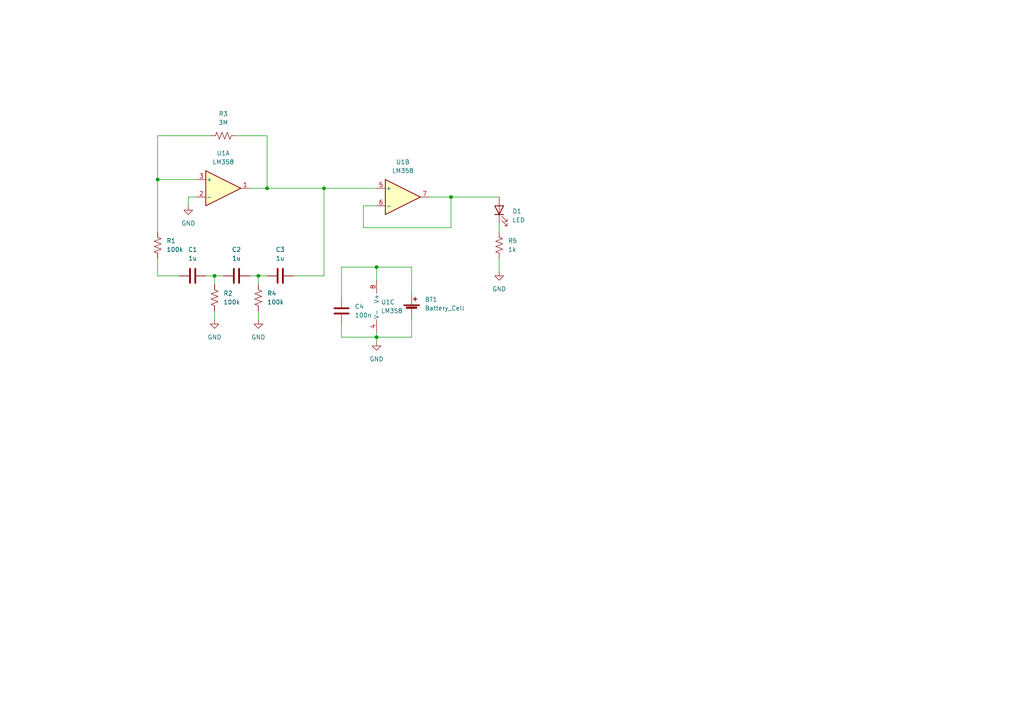
<source format=kicad_sch>
(kicad_sch (version 20211123) (generator eeschema)
  (paper "A4")
  (lib_symbols
    (symbol "Amplifier_Operational:LM358" (pin_names (offset 0.127))
      (property "Reference" "U" (at 0 5.08 0))
      (property "Value" "LM358" (at 0 -5.08 0))
      (symbol "LM358_1_1"
        (polyline (pts (xy -5.08 5.08) (xy 5.08 0) (xy -5.08 -5.08) (xy -5.08 5.08)) (stroke (width 0.254)) (fill (type background)))
        (pin output line (at 7.62 0 180) (length 2.54) (name "~") (number "1"))
        (pin input line (at -7.62 -2.54 0) (length 2.54) (name "-") (number "2"))
        (pin input line (at -7.62 2.54 0) (length 2.54) (name "+") (number "3"))
      )
      (symbol "LM358_2_1"
        (polyline (pts (xy -5.08 5.08) (xy 5.08 0) (xy -5.08 -5.08) (xy -5.08 5.08)) (stroke (width 0.254)) (fill (type background)))
        (pin input line (at -7.62 2.54 0) (length 2.54) (name "+") (number "5"))
        (pin input line (at -7.62 -2.54 0) (length 2.54) (name "-") (number "6"))
        (pin output line (at 7.62 0 180) (length 2.54) (name "~") (number "7"))
      )
      (symbol "LM358_3_1"
        (pin power_in line (at -2.54 -7.62 90) (length 3.81) (name "V-") (number "4"))
        (pin power_in line (at -2.54 7.62 270) (length 3.81) (name "V+") (number "8"))
      )
    )
    (symbol "Device:Battery_Cell" (pin_numbers hide) (pin_names (offset 0) hide)
      (property "Reference" "BT" (at 2.54 2.54 0))
      (property "Value" "Battery_Cell" (at 2.54 0 0))
      (symbol "Battery_Cell_0_1"
        (rectangle (start -2.286 1.778) (end 2.286 1.524) (fill (type outline)))
        (rectangle (start -1.5748 1.1938) (end 1.4732 0.6858) (fill (type outline)))
        (polyline (pts (xy 0 0.762) (xy 0 0)))
        (polyline (pts (xy 0 1.778) (xy 0 2.54)))
        (polyline (pts (xy 0.508 3.429) (xy 1.524 3.429)) (stroke (width 0.254)))
        (polyline (pts (xy 1.016 3.937) (xy 1.016 2.921)) (stroke (width 0.254)))
      )
      (symbol "Battery_Cell_1_1"
        (pin passive line (at 0 5.08 270) (length 2.54) (name "+") (number "1"))
        (pin passive line (at 0 -2.54 90) (length 2.54) (name "-") (number "2"))
      )
    )
    (symbol "Device:C" (pin_numbers hide) (pin_names (offset 0.254))
      (property "Reference" "C" (at 0.635 2.54 0))
      (property "Value" "C" (at 0.635 -2.54 0))
      (symbol "C_0_1"
        (polyline (pts (xy -2.032 -0.762) (xy 2.032 -0.762)) (stroke (width 0.508)))
        (polyline (pts (xy -2.032 0.762) (xy 2.032 0.762)) (stroke (width 0.508)))
      )
      (symbol "C_1_1"
        (pin passive line (at 0 3.81 270) (length 2.794) (name "~") (number "1"))
        (pin passive line (at 0 -3.81 90) (length 2.794) (name "~") (number "2"))
      )
    )
    (symbol "Device:LED" (pin_numbers hide) (pin_names (offset 1.016) hide)
      (property "Reference" "D" (at 0 2.54 0))
      (property "Value" "LED" (at 0 -2.54 0))
      (symbol "LED_0_1"
        (polyline (pts (xy -1.27 -1.27) (xy -1.27 1.27)) (stroke (width 0.254)))
        (polyline (pts (xy -1.27 0) (xy 1.27 0)))
        (polyline (pts (xy 1.27 -1.27) (xy 1.27 1.27) (xy -1.27 0) (xy 1.27 -1.27)) (stroke (width 0.254)))
        (polyline (pts (xy -3.048 -0.762) (xy -4.572 -2.286) (xy -3.81 -2.286) (xy -4.572 -2.286) (xy -4.572 -1.524)))
        (polyline (pts (xy -1.778 -0.762) (xy -3.302 -2.286) (xy -2.54 -2.286) (xy -3.302 -2.286) (xy -3.302 -1.524)))
      )
      (symbol "LED_1_1"
        (pin passive line (at -3.81 0 0) (length 2.54) (name "K") (number "1"))
        (pin passive line (at 3.81 0 180) (length 2.54) (name "A") (number "2"))
      )
    )
    (symbol "Device:R_US" (pin_numbers hide) (pin_names (offset 0))
      (property "Reference" "R" (at 2.54 0 90))
      (property "Value" "R_US" (at -2.54 0 90))
      (symbol "R_US_0_1"
        (polyline (pts (xy 0 -2.286) (xy 0 -2.54)))
        (polyline (pts (xy 0 2.286) (xy 0 2.54)))
        (polyline (pts (xy 0 -0.762) (xy 1.016 -1.143) (xy 0 -1.524) (xy -1.016 -1.905) (xy 0 -2.286)))
        (polyline (pts (xy 0 0.762) (xy 1.016 0.381) (xy 0 0) (xy -1.016 -0.381) (xy 0 -0.762)))
        (polyline (pts (xy 0 2.286) (xy 1.016 1.905) (xy 0 1.524) (xy -1.016 1.143) (xy 0 0.762)))
      )
      (symbol "R_US_1_1"
        (pin passive line (at 0 3.81 270) (length 1.27) (name "~") (number "1"))
        (pin passive line (at 0 -3.81 90) (length 1.27) (name "~") (number "2"))
      )
    )
    (symbol "power:GND" (power) (pin_names (offset 0))
      (property "Value" "GND" (at 0 -3.81 0))
      (symbol "GND_0_1"
        (polyline (pts (xy 0 0) (xy 0 -1.27) (xy 1.27 -1.27) (xy 0 -2.54) (xy -1.27 -1.27) (xy 0 -1.27)))
      )
      (symbol "GND_1_1"
        (pin power_in line (at 0 0 270) (length 0) hide (name "GND") (number "1"))
      )
    )
  )
  (junction (at 62.23 80.01))
  (junction (at 74.93 80.01))
  (junction (at 109.22 77.47))
  (junction (at 93.98 54.61))
  (junction (at 109.22 97.79))
  (junction (at 45.72 52.07))
  (junction (at 77.47 54.61))
  (junction (at 130.81 57.15))
  (wire (pts (xy 99.06 93.98) (xy 99.06 97.79)))
  (wire (pts (xy 74.93 90.17) (xy 74.93 92.71)))
  (wire (pts (xy 109.22 77.47) (xy 109.22 81.28)))
  (wire (pts (xy 52.07 80.01) (xy 45.72 80.01)))
  (wire (pts (xy 109.22 97.79) (xy 109.22 99.06)))
  (wire (pts (xy 62.23 90.17) (xy 62.23 92.71)))
  (wire (pts (xy 109.22 97.79) (xy 119.38 97.79)))
  (wire (pts (xy 130.81 57.15) (xy 124.46 57.15)))
  (wire (pts (xy 144.78 64.77) (xy 144.78 67.31)))
  (wire (pts (xy 57.15 57.15) (xy 54.61 57.15)))
  (wire (pts (xy 74.93 80.01) (xy 74.93 82.55)))
  (wire (pts (xy 68.58 39.37) (xy 77.47 39.37)))
  (wire (pts (xy 130.81 66.04) (xy 130.81 57.15)))
  (wire (pts (xy 45.72 80.01) (xy 45.72 74.93)))
  (wire (pts (xy 144.78 74.93) (xy 144.78 78.74)))
  (wire (pts (xy 109.22 96.52) (xy 109.22 97.79)))
  (wire (pts (xy 77.47 39.37) (xy 77.47 54.61)))
  (wire (pts (xy 77.47 54.61) (xy 72.39 54.61)))
  (wire (pts (xy 62.23 80.01) (xy 64.77 80.01)))
  (wire (pts (xy 45.72 67.31) (xy 45.72 52.07)))
  (wire (pts (xy 119.38 77.47) (xy 109.22 77.47)))
  (wire (pts (xy 93.98 80.01) (xy 93.98 54.61)))
  (wire (pts (xy 85.09 80.01) (xy 93.98 80.01)))
  (wire (pts (xy 105.41 66.04) (xy 130.81 66.04)))
  (wire (pts (xy 72.39 80.01) (xy 74.93 80.01)))
  (wire (pts (xy 119.38 97.79) (xy 119.38 92.71)))
  (wire (pts (xy 59.69 80.01) (xy 62.23 80.01)))
  (wire (pts (xy 99.06 97.79) (xy 109.22 97.79)))
  (wire (pts (xy 93.98 54.61) (xy 109.22 54.61)))
  (wire (pts (xy 105.41 59.69) (xy 105.41 66.04)))
  (wire (pts (xy 99.06 86.36) (xy 99.06 77.47)))
  (wire (pts (xy 93.98 54.61) (xy 77.47 54.61)))
  (wire (pts (xy 119.38 85.09) (xy 119.38 77.47)))
  (wire (pts (xy 60.96 39.37) (xy 45.72 39.37)))
  (wire (pts (xy 99.06 77.47) (xy 109.22 77.47)))
  (wire (pts (xy 62.23 80.01) (xy 62.23 82.55)))
  (wire (pts (xy 45.72 39.37) (xy 45.72 52.07)))
  (wire (pts (xy 109.22 59.69) (xy 105.41 59.69)))
  (wire (pts (xy 54.61 57.15) (xy 54.61 59.69)))
  (wire (pts (xy 130.81 57.15) (xy 144.78 57.15)))
  (wire (pts (xy 74.93 80.01) (xy 77.47 80.01)))
  (wire (pts (xy 45.72 52.07) (xy 57.15 52.07)))
  (symbol (lib_id "Amplifier_Operational:LM358") (at 64.77 54.61 0) (unit 1)
    (property "Reference" "U1" (at 64.77 44.45 0))
    (property "Value" "LM358" (at 64.77 46.99 0))
    (property "Footprint" "Package_SO:SOIC-8_3.9x4.9mm_P1.27mm" (effects hide))
    (property "Datasheet" "http://www.ti.com/lit/ds/symlink/lm2904-n.pdf" (effects hide))
  )
  (symbol (lib_id "Device:R_US") (at 74.93 86.36 180) (unit 1)
    (property "Reference" "R4" (at 77.47 85.0899 0) (effects (justify right)))
    (property "Value" "100k" (at 77.47 87.6299 0) (effects (justify right)))
    (property "Footprint" "Resistor_SMD:R_0805_2012Metric" (effects hide))
  )
  (symbol (lib_id "Amplifier_Operational:LM358") (at 116.84 57.15 0) (unit 2)
    (property "Reference" "U1" (at 116.84 46.99 0))
    (property "Value" "LM358" (at 116.84 49.53 0))
    (property "Footprint" "Package_SO:SOIC-8_3.9x4.9mm_P1.27mm" (effects hide))
    (property "Datasheet" "http://www.ti.com/lit/ds/symlink/lm2904-n.pdf" (effects hide))
  )
  (symbol (lib_id "power:GND") (at 144.78 78.74 0) (unit 1)
    (property "Reference" "#PWR05" (effects hide))
    (property "Value" "GND" (at 144.78 83.82 0))
  )
  (symbol (lib_id "Device:R_US") (at 64.77 39.37 270) (unit 1)
    (property "Reference" "R3" (at 64.77 33.02 90))
    (property "Value" "3M" (at 64.77 35.56 90))
    (property "Footprint" "Resistor_SMD:R_0805_2012Metric" (effects hide))
  )
  (symbol (lib_id "Device:R_US") (at 45.72 71.12 180) (unit 1)
    (property "Reference" "R1" (at 48.26 69.8499 0) (effects (justify right)))
    (property "Value" "100k" (at 48.26 72.3899 0) (effects (justify right)))
    (property "Footprint" "Resistor_SMD:R_0805_2012Metric" (effects hide))
  )
  (symbol (lib_id "Device:Battery_Cell") (at 119.38 90.17 0) (unit 1)
    (property "Reference" "BT1" (at 123.19 86.8679 0) (effects (justify left)))
    (property "Value" "Battery_Cell" (at 123.19 89.4079 0) (effects (justify left)))
    (property "Footprint" "Battery_Adam_Tech:Battery_Adam_Tech_BH-67D-5" (effects hide))
  )
  (symbol (lib_id "Device:C") (at 68.58 80.01 90) (unit 1)
    (property "Reference" "C2" (at 68.58 72.39 90))
    (property "Value" "1u" (at 68.58 74.93 90))
    (property "Footprint" "Capacitor_SMD:C_0805_2012Metric" (effects hide))
  )
  (symbol (lib_id "Device:R_US") (at 62.23 86.36 180) (unit 1)
    (property "Reference" "R2" (at 64.77 85.0899 0) (effects (justify right)))
    (property "Value" "100k" (at 64.77 87.6299 0) (effects (justify right)))
    (property "Footprint" "Resistor_SMD:R_0805_2012Metric" (effects hide))
  )
  (symbol (lib_id "Device:C") (at 81.28 80.01 90) (unit 1)
    (property "Reference" "C3" (at 81.28 72.39 90))
    (property "Value" "1u" (at 81.28 74.93 90))
    (property "Footprint" "Capacitor_SMD:C_0805_2012Metric" (effects hide))
  )
  (symbol (lib_id "Device:LED") (at 144.78 60.96 90) (unit 1)
    (property "Reference" "D1" (at 148.59 61.2774 90) (effects (justify right)))
    (property "Value" "LED" (at 148.59 63.8174 90) (effects (justify right)))
    (property "Footprint" "LED_SMD:LED_0805_2012Metric" (effects hide))
  )
  (symbol (lib_id "power:GND") (at 62.23 92.71 0) (unit 1)
    (property "Reference" "#PWR02" (effects hide))
    (property "Value" "GND" (at 62.23 97.79 0))
  )
  (symbol (lib_id "power:GND") (at 54.61 59.69 0) (unit 1)
    (property "Reference" "#PWR01" (effects hide))
    (property "Value" "GND" (at 54.61 64.77 0))
  )
  (symbol (lib_id "Device:C") (at 99.06 90.17 180) (unit 1)
    (property "Reference" "C4" (at 102.87 88.8999 0) (effects (justify right)))
    (property "Value" "100n" (at 102.87 91.4399 0) (effects (justify right)))
    (property "Footprint" "Capacitor_SMD:C_0805_2012Metric" (effects hide))
  )
  (symbol (lib_id "power:GND") (at 109.22 99.06 0) (unit 1)
    (property "Reference" "#PWR04" (effects hide))
    (property "Value" "GND" (at 109.22 104.14 0))
  )
  (symbol (lib_id "power:GND") (at 74.93 92.71 0) (unit 1)
    (property "Reference" "#PWR03" (effects hide))
    (property "Value" "GND" (at 74.93 97.79 0))
  )
  (symbol (lib_id "Device:R_US") (at 144.78 71.12 180) (unit 1)
    (property "Reference" "R5" (at 147.32 69.8499 0) (effects (justify right)))
    (property "Value" "1k" (at 147.32 72.3899 0) (effects (justify right)))
    (property "Footprint" "Resistor_SMD:R_0805_2012Metric" (effects hide))
  )
  (symbol (lib_id "Device:C") (at 55.88 80.01 90) (unit 1)
    (property "Reference" "C1" (at 55.88 72.39 90))
    (property "Value" "1u" (at 55.88 74.93 90))
    (property "Footprint" "Capacitor_SMD:C_0805_2012Metric" (effects hide))
  )
  (symbol (lib_id "Amplifier_Operational:LM358") (at 111.76 88.9 0) (unit 3)
    (property "Reference" "U1" (at 110.49 87.6299 0) (effects (justify left)))
    (property "Value" "LM358" (at 110.49 90.1699 0) (effects (justify left)))
    (property "Footprint" "Package_SO:SOIC-8_3.9x4.9mm_P1.27mm" (effects hide))
    (property "Datasheet" "http://www.ti.com/lit/ds/symlink/lm2904-n.pdf" (effects hide))
  )
)
</source>
